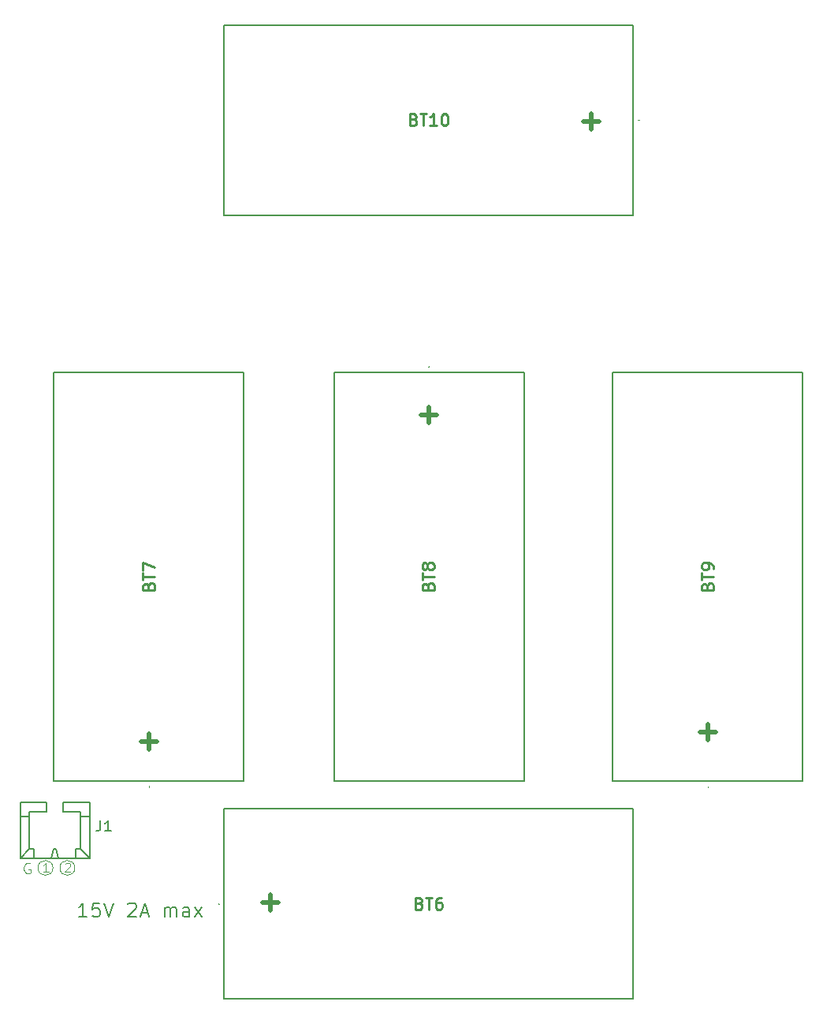
<source format=gbr>
%TF.GenerationSoftware,KiCad,Pcbnew,7.0.1-0*%
%TF.CreationDate,2023-05-25T16:37:55+09:00*%
%TF.ProjectId,Battery,42617474-6572-4792-9e6b-696361645f70,rev?*%
%TF.SameCoordinates,Original*%
%TF.FileFunction,Legend,Top*%
%TF.FilePolarity,Positive*%
%FSLAX46Y46*%
G04 Gerber Fmt 4.6, Leading zero omitted, Abs format (unit mm)*
G04 Created by KiCad (PCBNEW 7.0.1-0) date 2023-05-25 16:37:55*
%MOMM*%
%LPD*%
G01*
G04 APERTURE LIST*
%ADD10C,0.500000*%
%ADD11C,0.187500*%
%ADD12C,0.254000*%
%ADD13C,0.127000*%
%ADD14C,0.081280*%
%ADD15C,0.101600*%
%ADD16C,0.100000*%
%ADD17C,0.200000*%
%ADD18C,0.050800*%
G04 APERTURE END LIST*
D10*
X162280000Y-49106428D02*
X162280000Y-50820714D01*
X161422857Y-49963571D02*
X163137143Y-49963571D01*
X127779999Y-134609571D02*
X127779999Y-132895285D01*
X128637142Y-133752428D02*
X126922856Y-133752428D01*
X114780000Y-115606428D02*
X114780000Y-117320714D01*
X113922857Y-116463571D02*
X115637143Y-116463571D01*
D11*
X108076857Y-135313928D02*
X107219714Y-135313928D01*
X107648285Y-135313928D02*
X107648285Y-133813928D01*
X107648285Y-133813928D02*
X107505428Y-134028214D01*
X107505428Y-134028214D02*
X107362571Y-134171071D01*
X107362571Y-134171071D02*
X107219714Y-134242500D01*
X109433999Y-133813928D02*
X108719713Y-133813928D01*
X108719713Y-133813928D02*
X108648285Y-134528214D01*
X108648285Y-134528214D02*
X108719713Y-134456785D01*
X108719713Y-134456785D02*
X108862571Y-134385357D01*
X108862571Y-134385357D02*
X109219713Y-134385357D01*
X109219713Y-134385357D02*
X109362571Y-134456785D01*
X109362571Y-134456785D02*
X109433999Y-134528214D01*
X109433999Y-134528214D02*
X109505428Y-134671071D01*
X109505428Y-134671071D02*
X109505428Y-135028214D01*
X109505428Y-135028214D02*
X109433999Y-135171071D01*
X109433999Y-135171071D02*
X109362571Y-135242500D01*
X109362571Y-135242500D02*
X109219713Y-135313928D01*
X109219713Y-135313928D02*
X108862571Y-135313928D01*
X108862571Y-135313928D02*
X108719713Y-135242500D01*
X108719713Y-135242500D02*
X108648285Y-135171071D01*
X109933999Y-133813928D02*
X110433999Y-135313928D01*
X110433999Y-135313928D02*
X110933999Y-133813928D01*
X112505427Y-133956785D02*
X112576855Y-133885357D01*
X112576855Y-133885357D02*
X112719713Y-133813928D01*
X112719713Y-133813928D02*
X113076855Y-133813928D01*
X113076855Y-133813928D02*
X113219713Y-133885357D01*
X113219713Y-133885357D02*
X113291141Y-133956785D01*
X113291141Y-133956785D02*
X113362570Y-134099642D01*
X113362570Y-134099642D02*
X113362570Y-134242500D01*
X113362570Y-134242500D02*
X113291141Y-134456785D01*
X113291141Y-134456785D02*
X112433998Y-135313928D01*
X112433998Y-135313928D02*
X113362570Y-135313928D01*
X113933998Y-134885357D02*
X114648284Y-134885357D01*
X113791141Y-135313928D02*
X114291141Y-133813928D01*
X114291141Y-133813928D02*
X114791141Y-135313928D01*
X116433997Y-135313928D02*
X116433997Y-134313928D01*
X116433997Y-134456785D02*
X116505426Y-134385357D01*
X116505426Y-134385357D02*
X116648283Y-134313928D01*
X116648283Y-134313928D02*
X116862569Y-134313928D01*
X116862569Y-134313928D02*
X117005426Y-134385357D01*
X117005426Y-134385357D02*
X117076855Y-134528214D01*
X117076855Y-134528214D02*
X117076855Y-135313928D01*
X117076855Y-134528214D02*
X117148283Y-134385357D01*
X117148283Y-134385357D02*
X117291140Y-134313928D01*
X117291140Y-134313928D02*
X117505426Y-134313928D01*
X117505426Y-134313928D02*
X117648283Y-134385357D01*
X117648283Y-134385357D02*
X117719712Y-134528214D01*
X117719712Y-134528214D02*
X117719712Y-135313928D01*
X119076855Y-135313928D02*
X119076855Y-134528214D01*
X119076855Y-134528214D02*
X119005426Y-134385357D01*
X119005426Y-134385357D02*
X118862569Y-134313928D01*
X118862569Y-134313928D02*
X118576855Y-134313928D01*
X118576855Y-134313928D02*
X118433997Y-134385357D01*
X119076855Y-135242500D02*
X118933997Y-135313928D01*
X118933997Y-135313928D02*
X118576855Y-135313928D01*
X118576855Y-135313928D02*
X118433997Y-135242500D01*
X118433997Y-135242500D02*
X118362569Y-135099642D01*
X118362569Y-135099642D02*
X118362569Y-134956785D01*
X118362569Y-134956785D02*
X118433997Y-134813928D01*
X118433997Y-134813928D02*
X118576855Y-134742500D01*
X118576855Y-134742500D02*
X118933997Y-134742500D01*
X118933997Y-134742500D02*
X119076855Y-134671071D01*
X119648283Y-135313928D02*
X120433998Y-134313928D01*
X119648283Y-134313928D02*
X120433998Y-135313928D01*
D10*
X174780000Y-114606428D02*
X174780000Y-116320714D01*
X173922857Y-115463571D02*
X175637143Y-115463571D01*
X144780000Y-80606428D02*
X144780000Y-82320714D01*
X143922857Y-81463571D02*
X145637143Y-81463571D01*
D12*
%TO.C,BT7*%
X114702288Y-99787856D02*
X114762764Y-99606428D01*
X114762764Y-99606428D02*
X114823240Y-99545951D01*
X114823240Y-99545951D02*
X114944192Y-99485475D01*
X114944192Y-99485475D02*
X115125621Y-99485475D01*
X115125621Y-99485475D02*
X115246573Y-99545951D01*
X115246573Y-99545951D02*
X115307050Y-99606428D01*
X115307050Y-99606428D02*
X115367526Y-99727380D01*
X115367526Y-99727380D02*
X115367526Y-100211190D01*
X115367526Y-100211190D02*
X114097526Y-100211190D01*
X114097526Y-100211190D02*
X114097526Y-99787856D01*
X114097526Y-99787856D02*
X114158002Y-99666904D01*
X114158002Y-99666904D02*
X114218478Y-99606428D01*
X114218478Y-99606428D02*
X114339430Y-99545951D01*
X114339430Y-99545951D02*
X114460383Y-99545951D01*
X114460383Y-99545951D02*
X114581335Y-99606428D01*
X114581335Y-99606428D02*
X114641811Y-99666904D01*
X114641811Y-99666904D02*
X114702288Y-99787856D01*
X114702288Y-99787856D02*
X114702288Y-100211190D01*
X114097526Y-99122618D02*
X114097526Y-98396904D01*
X115367526Y-98759761D02*
X114097526Y-98759761D01*
X114097526Y-98094523D02*
X114097526Y-97247856D01*
X114097526Y-97247856D02*
X115367526Y-97792142D01*
%TO.C,BT10*%
X143177381Y-49712288D02*
X143358809Y-49772764D01*
X143358809Y-49772764D02*
X143419286Y-49833240D01*
X143419286Y-49833240D02*
X143479762Y-49954192D01*
X143479762Y-49954192D02*
X143479762Y-50135621D01*
X143479762Y-50135621D02*
X143419286Y-50256573D01*
X143419286Y-50256573D02*
X143358809Y-50317050D01*
X143358809Y-50317050D02*
X143237857Y-50377526D01*
X143237857Y-50377526D02*
X142754047Y-50377526D01*
X142754047Y-50377526D02*
X142754047Y-49107526D01*
X142754047Y-49107526D02*
X143177381Y-49107526D01*
X143177381Y-49107526D02*
X143298333Y-49168002D01*
X143298333Y-49168002D02*
X143358809Y-49228478D01*
X143358809Y-49228478D02*
X143419286Y-49349430D01*
X143419286Y-49349430D02*
X143419286Y-49470383D01*
X143419286Y-49470383D02*
X143358809Y-49591335D01*
X143358809Y-49591335D02*
X143298333Y-49651811D01*
X143298333Y-49651811D02*
X143177381Y-49712288D01*
X143177381Y-49712288D02*
X142754047Y-49712288D01*
X143842619Y-49107526D02*
X144568333Y-49107526D01*
X144205476Y-50377526D02*
X144205476Y-49107526D01*
X145656905Y-50377526D02*
X144931190Y-50377526D01*
X145294047Y-50377526D02*
X145294047Y-49107526D01*
X145294047Y-49107526D02*
X145173095Y-49288954D01*
X145173095Y-49288954D02*
X145052143Y-49409907D01*
X145052143Y-49409907D02*
X144931190Y-49470383D01*
X146443095Y-49107526D02*
X146564048Y-49107526D01*
X146564048Y-49107526D02*
X146685000Y-49168002D01*
X146685000Y-49168002D02*
X146745476Y-49228478D01*
X146745476Y-49228478D02*
X146805952Y-49349430D01*
X146805952Y-49349430D02*
X146866429Y-49591335D01*
X146866429Y-49591335D02*
X146866429Y-49893716D01*
X146866429Y-49893716D02*
X146805952Y-50135621D01*
X146805952Y-50135621D02*
X146745476Y-50256573D01*
X146745476Y-50256573D02*
X146685000Y-50317050D01*
X146685000Y-50317050D02*
X146564048Y-50377526D01*
X146564048Y-50377526D02*
X146443095Y-50377526D01*
X146443095Y-50377526D02*
X146322143Y-50317050D01*
X146322143Y-50317050D02*
X146261667Y-50256573D01*
X146261667Y-50256573D02*
X146201190Y-50135621D01*
X146201190Y-50135621D02*
X146140714Y-49893716D01*
X146140714Y-49893716D02*
X146140714Y-49591335D01*
X146140714Y-49591335D02*
X146201190Y-49349430D01*
X146201190Y-49349430D02*
X146261667Y-49228478D01*
X146261667Y-49228478D02*
X146322143Y-49168002D01*
X146322143Y-49168002D02*
X146443095Y-49107526D01*
%TO.C,BT9*%
X174702288Y-99787856D02*
X174762764Y-99606428D01*
X174762764Y-99606428D02*
X174823240Y-99545951D01*
X174823240Y-99545951D02*
X174944192Y-99485475D01*
X174944192Y-99485475D02*
X175125621Y-99485475D01*
X175125621Y-99485475D02*
X175246573Y-99545951D01*
X175246573Y-99545951D02*
X175307050Y-99606428D01*
X175307050Y-99606428D02*
X175367526Y-99727380D01*
X175367526Y-99727380D02*
X175367526Y-100211190D01*
X175367526Y-100211190D02*
X174097526Y-100211190D01*
X174097526Y-100211190D02*
X174097526Y-99787856D01*
X174097526Y-99787856D02*
X174158002Y-99666904D01*
X174158002Y-99666904D02*
X174218478Y-99606428D01*
X174218478Y-99606428D02*
X174339430Y-99545951D01*
X174339430Y-99545951D02*
X174460383Y-99545951D01*
X174460383Y-99545951D02*
X174581335Y-99606428D01*
X174581335Y-99606428D02*
X174641811Y-99666904D01*
X174641811Y-99666904D02*
X174702288Y-99787856D01*
X174702288Y-99787856D02*
X174702288Y-100211190D01*
X174097526Y-99122618D02*
X174097526Y-98396904D01*
X175367526Y-98759761D02*
X174097526Y-98759761D01*
X175367526Y-97913094D02*
X175367526Y-97671190D01*
X175367526Y-97671190D02*
X175307050Y-97550237D01*
X175307050Y-97550237D02*
X175246573Y-97489761D01*
X175246573Y-97489761D02*
X175065145Y-97368809D01*
X175065145Y-97368809D02*
X174823240Y-97308332D01*
X174823240Y-97308332D02*
X174339430Y-97308332D01*
X174339430Y-97308332D02*
X174218478Y-97368809D01*
X174218478Y-97368809D02*
X174158002Y-97429285D01*
X174158002Y-97429285D02*
X174097526Y-97550237D01*
X174097526Y-97550237D02*
X174097526Y-97792142D01*
X174097526Y-97792142D02*
X174158002Y-97913094D01*
X174158002Y-97913094D02*
X174218478Y-97973571D01*
X174218478Y-97973571D02*
X174339430Y-98034047D01*
X174339430Y-98034047D02*
X174641811Y-98034047D01*
X174641811Y-98034047D02*
X174762764Y-97973571D01*
X174762764Y-97973571D02*
X174823240Y-97913094D01*
X174823240Y-97913094D02*
X174883716Y-97792142D01*
X174883716Y-97792142D02*
X174883716Y-97550237D01*
X174883716Y-97550237D02*
X174823240Y-97429285D01*
X174823240Y-97429285D02*
X174762764Y-97368809D01*
X174762764Y-97368809D02*
X174641811Y-97308332D01*
%TO.C,BT8*%
X144702288Y-99787856D02*
X144762764Y-99606428D01*
X144762764Y-99606428D02*
X144823240Y-99545951D01*
X144823240Y-99545951D02*
X144944192Y-99485475D01*
X144944192Y-99485475D02*
X145125621Y-99485475D01*
X145125621Y-99485475D02*
X145246573Y-99545951D01*
X145246573Y-99545951D02*
X145307050Y-99606428D01*
X145307050Y-99606428D02*
X145367526Y-99727380D01*
X145367526Y-99727380D02*
X145367526Y-100211190D01*
X145367526Y-100211190D02*
X144097526Y-100211190D01*
X144097526Y-100211190D02*
X144097526Y-99787856D01*
X144097526Y-99787856D02*
X144158002Y-99666904D01*
X144158002Y-99666904D02*
X144218478Y-99606428D01*
X144218478Y-99606428D02*
X144339430Y-99545951D01*
X144339430Y-99545951D02*
X144460383Y-99545951D01*
X144460383Y-99545951D02*
X144581335Y-99606428D01*
X144581335Y-99606428D02*
X144641811Y-99666904D01*
X144641811Y-99666904D02*
X144702288Y-99787856D01*
X144702288Y-99787856D02*
X144702288Y-100211190D01*
X144097526Y-99122618D02*
X144097526Y-98396904D01*
X145367526Y-98759761D02*
X144097526Y-98759761D01*
X144641811Y-97792142D02*
X144581335Y-97913094D01*
X144581335Y-97913094D02*
X144520859Y-97973571D01*
X144520859Y-97973571D02*
X144399907Y-98034047D01*
X144399907Y-98034047D02*
X144339430Y-98034047D01*
X144339430Y-98034047D02*
X144218478Y-97973571D01*
X144218478Y-97973571D02*
X144158002Y-97913094D01*
X144158002Y-97913094D02*
X144097526Y-97792142D01*
X144097526Y-97792142D02*
X144097526Y-97550237D01*
X144097526Y-97550237D02*
X144158002Y-97429285D01*
X144158002Y-97429285D02*
X144218478Y-97368809D01*
X144218478Y-97368809D02*
X144339430Y-97308332D01*
X144339430Y-97308332D02*
X144399907Y-97308332D01*
X144399907Y-97308332D02*
X144520859Y-97368809D01*
X144520859Y-97368809D02*
X144581335Y-97429285D01*
X144581335Y-97429285D02*
X144641811Y-97550237D01*
X144641811Y-97550237D02*
X144641811Y-97792142D01*
X144641811Y-97792142D02*
X144702288Y-97913094D01*
X144702288Y-97913094D02*
X144762764Y-97973571D01*
X144762764Y-97973571D02*
X144883716Y-98034047D01*
X144883716Y-98034047D02*
X145125621Y-98034047D01*
X145125621Y-98034047D02*
X145246573Y-97973571D01*
X145246573Y-97973571D02*
X145307050Y-97913094D01*
X145307050Y-97913094D02*
X145367526Y-97792142D01*
X145367526Y-97792142D02*
X145367526Y-97550237D01*
X145367526Y-97550237D02*
X145307050Y-97429285D01*
X145307050Y-97429285D02*
X145246573Y-97368809D01*
X145246573Y-97368809D02*
X145125621Y-97308332D01*
X145125621Y-97308332D02*
X144883716Y-97308332D01*
X144883716Y-97308332D02*
X144762764Y-97368809D01*
X144762764Y-97368809D02*
X144702288Y-97429285D01*
X144702288Y-97429285D02*
X144641811Y-97550237D01*
%TO.C,BT6*%
X143782143Y-133848288D02*
X143963571Y-133908764D01*
X143963571Y-133908764D02*
X144024048Y-133969240D01*
X144024048Y-133969240D02*
X144084524Y-134090192D01*
X144084524Y-134090192D02*
X144084524Y-134271621D01*
X144084524Y-134271621D02*
X144024048Y-134392573D01*
X144024048Y-134392573D02*
X143963571Y-134453050D01*
X143963571Y-134453050D02*
X143842619Y-134513526D01*
X143842619Y-134513526D02*
X143358809Y-134513526D01*
X143358809Y-134513526D02*
X143358809Y-133243526D01*
X143358809Y-133243526D02*
X143782143Y-133243526D01*
X143782143Y-133243526D02*
X143903095Y-133304002D01*
X143903095Y-133304002D02*
X143963571Y-133364478D01*
X143963571Y-133364478D02*
X144024048Y-133485430D01*
X144024048Y-133485430D02*
X144024048Y-133606383D01*
X144024048Y-133606383D02*
X143963571Y-133727335D01*
X143963571Y-133727335D02*
X143903095Y-133787811D01*
X143903095Y-133787811D02*
X143782143Y-133848288D01*
X143782143Y-133848288D02*
X143358809Y-133848288D01*
X144447381Y-133243526D02*
X145173095Y-133243526D01*
X144810238Y-134513526D02*
X144810238Y-133243526D01*
X146140714Y-133243526D02*
X145898809Y-133243526D01*
X145898809Y-133243526D02*
X145777857Y-133304002D01*
X145777857Y-133304002D02*
X145717381Y-133364478D01*
X145717381Y-133364478D02*
X145596428Y-133545907D01*
X145596428Y-133545907D02*
X145535952Y-133787811D01*
X145535952Y-133787811D02*
X145535952Y-134271621D01*
X145535952Y-134271621D02*
X145596428Y-134392573D01*
X145596428Y-134392573D02*
X145656905Y-134453050D01*
X145656905Y-134453050D02*
X145777857Y-134513526D01*
X145777857Y-134513526D02*
X146019762Y-134513526D01*
X146019762Y-134513526D02*
X146140714Y-134453050D01*
X146140714Y-134453050D02*
X146201190Y-134392573D01*
X146201190Y-134392573D02*
X146261667Y-134271621D01*
X146261667Y-134271621D02*
X146261667Y-133969240D01*
X146261667Y-133969240D02*
X146201190Y-133848288D01*
X146201190Y-133848288D02*
X146140714Y-133787811D01*
X146140714Y-133787811D02*
X146019762Y-133727335D01*
X146019762Y-133727335D02*
X145777857Y-133727335D01*
X145777857Y-133727335D02*
X145656905Y-133787811D01*
X145656905Y-133787811D02*
X145596428Y-133848288D01*
X145596428Y-133848288D02*
X145535952Y-133969240D01*
D13*
%TO.C,J1*%
X109516714Y-124955118D02*
X109516714Y-125771547D01*
X109516714Y-125771547D02*
X109462285Y-125934832D01*
X109462285Y-125934832D02*
X109353428Y-126043690D01*
X109353428Y-126043690D02*
X109190142Y-126098118D01*
X109190142Y-126098118D02*
X109081285Y-126098118D01*
X110659714Y-126098118D02*
X110006571Y-126098118D01*
X110333142Y-126098118D02*
X110333142Y-124955118D01*
X110333142Y-124955118D02*
X110224285Y-125118404D01*
X110224285Y-125118404D02*
X110115428Y-125227261D01*
X110115428Y-125227261D02*
X110006571Y-125281690D01*
D14*
X105778541Y-129595909D02*
X105823052Y-129551398D01*
X105823052Y-129551398D02*
X105912073Y-129506888D01*
X105912073Y-129506888D02*
X106134625Y-129506888D01*
X106134625Y-129506888D02*
X106223646Y-129551398D01*
X106223646Y-129551398D02*
X106268157Y-129595909D01*
X106268157Y-129595909D02*
X106312667Y-129684930D01*
X106312667Y-129684930D02*
X106312667Y-129773951D01*
X106312667Y-129773951D02*
X106268157Y-129907482D01*
X106268157Y-129907482D02*
X105734031Y-130441608D01*
X105734031Y-130441608D02*
X106312667Y-130441608D01*
X103963167Y-130441608D02*
X103429041Y-130441608D01*
X103696104Y-130441608D02*
X103696104Y-129506888D01*
X103696104Y-129506888D02*
X103607083Y-129640419D01*
X103607083Y-129640419D02*
X103518062Y-129729440D01*
X103518062Y-129729440D02*
X103429041Y-129773951D01*
D15*
X101982209Y-129554248D02*
X101870933Y-129498610D01*
X101870933Y-129498610D02*
X101704019Y-129498610D01*
X101704019Y-129498610D02*
X101537104Y-129554248D01*
X101537104Y-129554248D02*
X101425828Y-129665524D01*
X101425828Y-129665524D02*
X101370190Y-129776800D01*
X101370190Y-129776800D02*
X101314552Y-129999352D01*
X101314552Y-129999352D02*
X101314552Y-130166267D01*
X101314552Y-130166267D02*
X101370190Y-130388819D01*
X101370190Y-130388819D02*
X101425828Y-130500095D01*
X101425828Y-130500095D02*
X101537104Y-130611372D01*
X101537104Y-130611372D02*
X101704019Y-130667010D01*
X101704019Y-130667010D02*
X101815295Y-130667010D01*
X101815295Y-130667010D02*
X101982209Y-130611372D01*
X101982209Y-130611372D02*
X102037847Y-130555733D01*
X102037847Y-130555733D02*
X102037847Y-130166267D01*
X102037847Y-130166267D02*
X101815295Y-130166267D01*
D16*
%TO.C,BT7*%
X114780000Y-121390000D02*
X114780000Y-121390000D01*
X114780000Y-121290000D02*
X114780000Y-121290000D01*
D17*
X104530000Y-120740000D02*
X124940000Y-120740000D01*
X124940000Y-120740000D02*
X124940000Y-76840000D01*
X104530000Y-76840000D02*
X104530000Y-120740000D01*
X124940000Y-76840000D02*
X104530000Y-76840000D01*
D16*
X114780000Y-121290000D02*
G75*
G03*
X114780000Y-121390000I0J-50000D01*
G01*
X114780000Y-121390000D02*
G75*
G03*
X114780000Y-121290000I0J50000D01*
G01*
%TO.C,BT10*%
X167380000Y-49790000D02*
X167380000Y-49790000D01*
X167280000Y-49790000D02*
X167280000Y-49790000D01*
D17*
X166730000Y-60040000D02*
X166730000Y-39630000D01*
X166730000Y-39630000D02*
X122830000Y-39630000D01*
X122830000Y-60040000D02*
X166730000Y-60040000D01*
X122830000Y-39630000D02*
X122830000Y-60040000D01*
D16*
X167280000Y-49790000D02*
G75*
G03*
X167380000Y-49790000I50000J0D01*
G01*
X167380000Y-49790000D02*
G75*
G03*
X167280000Y-49790000I-50000J0D01*
G01*
%TO.C,BT9*%
X174780000Y-121390000D02*
X174780000Y-121390000D01*
X174780000Y-121290000D02*
X174780000Y-121290000D01*
D17*
X164530000Y-120740000D02*
X184940000Y-120740000D01*
X184940000Y-120740000D02*
X184940000Y-76840000D01*
X164530000Y-76840000D02*
X164530000Y-120740000D01*
X184940000Y-76840000D02*
X164530000Y-76840000D01*
D16*
X174780000Y-121290000D02*
G75*
G03*
X174780000Y-121390000I0J-50000D01*
G01*
X174780000Y-121390000D02*
G75*
G03*
X174780000Y-121290000I0J50000D01*
G01*
%TO.C,BT8*%
X144780000Y-76190000D02*
X144780000Y-76190000D01*
X144780000Y-76290000D02*
X144780000Y-76290000D01*
D17*
X155030000Y-76840000D02*
X134620000Y-76840000D01*
X134620000Y-76840000D02*
X134620000Y-120740000D01*
X155030000Y-120740000D02*
X155030000Y-76840000D01*
X134620000Y-120740000D02*
X155030000Y-120740000D01*
D16*
X144780000Y-76290000D02*
G75*
G03*
X144780000Y-76190000I0J50000D01*
G01*
X144780000Y-76190000D02*
G75*
G03*
X144780000Y-76290000I0J-50000D01*
G01*
%TO.C,BT6*%
X122180000Y-133926000D02*
X122180000Y-133926000D01*
X122280000Y-133926000D02*
X122280000Y-133926000D01*
D17*
X122830000Y-123676000D02*
X122830000Y-144086000D01*
X122830000Y-144086000D02*
X166730000Y-144086000D01*
X166730000Y-123676000D02*
X122830000Y-123676000D01*
X166730000Y-144086000D02*
X166730000Y-123676000D01*
D16*
X122280000Y-133926000D02*
G75*
G03*
X122180000Y-133926000I-50000J0D01*
G01*
X122180000Y-133926000D02*
G75*
G03*
X122280000Y-133926000I50000J0D01*
G01*
D13*
%TO.C,J1*%
X100918000Y-123048000D02*
X100918000Y-124548000D01*
X100918000Y-124548000D02*
X100918000Y-129048000D01*
X100918000Y-124548000D02*
X101918000Y-124548000D01*
X101918000Y-124048000D02*
X101918000Y-124548000D01*
X101918000Y-124048000D02*
X103783000Y-124048000D01*
X101918000Y-124548000D02*
X101918000Y-128048000D01*
X101918000Y-128048000D02*
X100918000Y-129048000D01*
X101918000Y-128048000D02*
X102418000Y-128048000D01*
X102168000Y-128048000D02*
X102418000Y-128048000D01*
X102418000Y-128048000D02*
X102418000Y-129048000D01*
X102418000Y-129048000D02*
X102668000Y-129048000D01*
X103783000Y-123048000D02*
X100918000Y-123048000D01*
X103783000Y-124048000D02*
X103783000Y-123048000D01*
X104521000Y-128016000D02*
X104267000Y-129032000D01*
X104521000Y-128016000D02*
X104775000Y-128016000D01*
X104775000Y-128016000D02*
X105029000Y-129032000D01*
X105513000Y-123048000D02*
X105513000Y-124048000D01*
X105513000Y-124048000D02*
X107378000Y-124048000D01*
X105688000Y-129048000D02*
X100918000Y-129048000D01*
X105688000Y-129048000D02*
X104878000Y-129048000D01*
X106878000Y-128048000D02*
X106878000Y-129048000D01*
X106878000Y-129048000D02*
X105688000Y-129048000D01*
X106878000Y-129048000D02*
X108378000Y-129048000D01*
X107378000Y-124048000D02*
X107378000Y-124548000D01*
X107378000Y-124548000D02*
X107378000Y-128048000D01*
X107378000Y-128048000D02*
X106878000Y-128048000D01*
X107378000Y-128048000D02*
X108378000Y-129048000D01*
X108378000Y-123048000D02*
X105513000Y-123048000D01*
X108378000Y-123048000D02*
X108378000Y-124548000D01*
X108378000Y-124548000D02*
X107378000Y-124548000D01*
X108378000Y-124548000D02*
X108378000Y-129048000D01*
D18*
X104435200Y-130048000D02*
G75*
G03*
X104435200Y-130048000I-803200J0D01*
G01*
X106784700Y-130048000D02*
G75*
G03*
X106784700Y-130048000I-803200J0D01*
G01*
%TD*%
M02*

</source>
